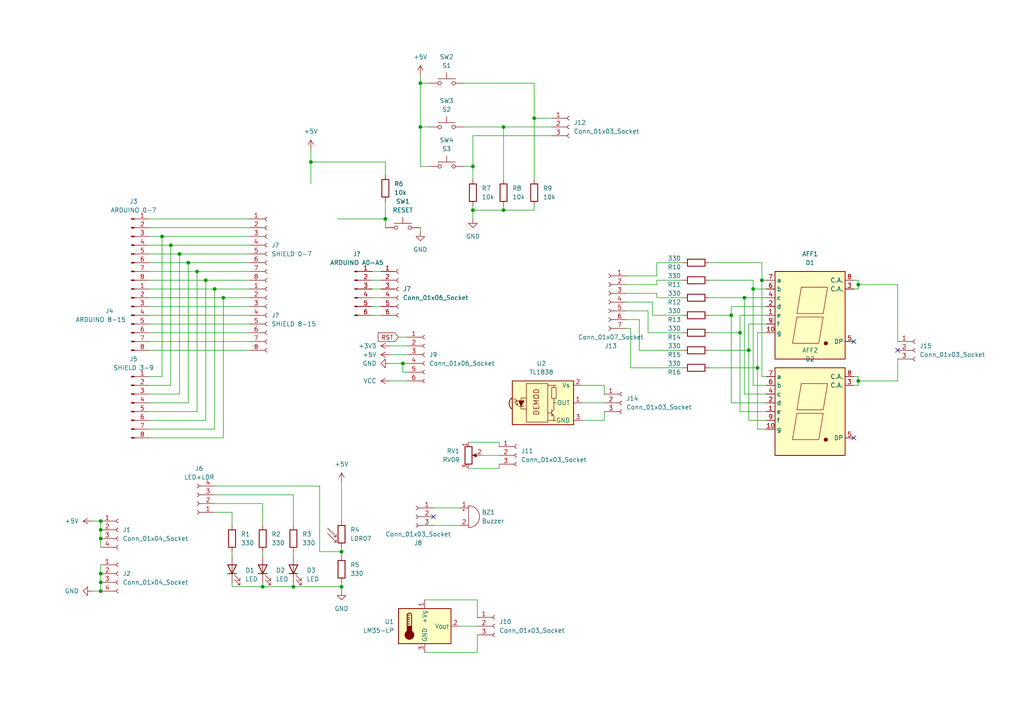
<source format=kicad_sch>
(kicad_sch (version 20230121) (generator eeschema)
  (paper "A4")
  (lib_symbols
    (symbol "Connector:Conn_01x03_Socket" (pin_names (offset 1.016) hide)
      (property "Reference" "J" (at 0 5.08 0))
      (property "Value" "Conn_01x03_Socket" (at 0 -5.08 0))
      (symbol "Conn_01x03_Socket_1_1"
        (arc (start 0 -2.032) (mid -0.5058 -2.54) (end 0 -3.048) (stroke (width 0.1524)))
        (polyline (pts (xy -1.27 -2.54) (xy -0.508 -2.54)) (stroke (width 0.1524)))
        (polyline (pts (xy -1.27 0) (xy -0.508 0)) (stroke (width 0.1524)))
        (polyline (pts (xy -1.27 2.54) (xy -0.508 2.54)) (stroke (width 0.1524)))
        (arc (start 0 0.508) (mid -0.5058 0) (end 0 -0.508) (stroke (width 0.1524)))
        (arc (start 0 3.048) (mid -0.5058 2.54) (end 0 2.032) (stroke (width 0.1524)))
        (pin passive line (at -5.08 2.54 0) (length 3.81) (name "Pin_1") (number "1"))
        (pin passive line (at -5.08 0 0) (length 3.81) (name "Pin_2") (number "2"))
        (pin passive line (at -5.08 -2.54 0) (length 3.81) (name "Pin_3") (number "3"))
      )
    )
    (symbol "Connector:Conn_01x04_Socket" (pin_names (offset 1.016) hide)
      (property "Reference" "J" (at 0 5.08 0))
      (property "Value" "Conn_01x04_Socket" (at 0 -7.62 0))
      (symbol "Conn_01x04_Socket_1_1"
        (arc (start 0 -4.572) (mid -0.5058 -5.08) (end 0 -5.588) (stroke (width 0.1524)))
        (arc (start 0 -2.032) (mid -0.5058 -2.54) (end 0 -3.048) (stroke (width 0.1524)))
        (polyline (pts (xy -1.27 -5.08) (xy -0.508 -5.08)) (stroke (width 0.1524)))
        (polyline (pts (xy -1.27 -2.54) (xy -0.508 -2.54)) (stroke (width 0.1524)))
        (polyline (pts (xy -1.27 0) (xy -0.508 0)) (stroke (width 0.1524)))
        (polyline (pts (xy -1.27 2.54) (xy -0.508 2.54)) (stroke (width 0.1524)))
        (arc (start 0 0.508) (mid -0.5058 0) (end 0 -0.508) (stroke (width 0.1524)))
        (arc (start 0 3.048) (mid -0.5058 2.54) (end 0 2.032) (stroke (width 0.1524)))
        (pin passive line (at -5.08 2.54 0) (length 3.81) (name "Pin_1") (number "1"))
        (pin passive line (at -5.08 0 0) (length 3.81) (name "Pin_2") (number "2"))
        (pin passive line (at -5.08 -2.54 0) (length 3.81) (name "Pin_3") (number "3"))
        (pin passive line (at -5.08 -5.08 0) (length 3.81) (name "Pin_4") (number "4"))
      )
    )
    (symbol "Connector:Conn_01x06_Pin" (pin_names (offset 1.016) hide)
      (property "Reference" "J" (at 0 7.62 0))
      (property "Value" "Conn_01x06_Pin" (at 0 -10.16 0))
      (symbol "Conn_01x06_Pin_1_1"
        (polyline (pts (xy 1.27 -7.62) (xy 0.8636 -7.62)) (stroke (width 0.1524)))
        (polyline (pts (xy 1.27 -5.08) (xy 0.8636 -5.08)) (stroke (width 0.1524)))
        (polyline (pts (xy 1.27 -2.54) (xy 0.8636 -2.54)) (stroke (width 0.1524)))
        (polyline (pts (xy 1.27 0) (xy 0.8636 0)) (stroke (width 0.1524)))
        (polyline (pts (xy 1.27 2.54) (xy 0.8636 2.54)) (stroke (width 0.1524)))
        (polyline (pts (xy 1.27 5.08) (xy 0.8636 5.08)) (stroke (width 0.1524)))
        (rectangle (start 0.8636 -7.493) (end 0 -7.747) (stroke (width 0.1524)) (fill (type outline)))
        (rectangle (start 0.8636 -4.953) (end 0 -5.207) (stroke (width 0.1524)) (fill (type outline)))
        (rectangle (start 0.8636 -2.413) (end 0 -2.667) (stroke (width 0.1524)) (fill (type outline)))
        (rectangle (start 0.8636 0.127) (end 0 -0.127) (stroke (width 0.1524)) (fill (type outline)))
        (rectangle (start 0.8636 2.667) (end 0 2.413) (stroke (width 0.1524)) (fill (type outline)))
        (rectangle (start 0.8636 5.207) (end 0 4.953) (stroke (width 0.1524)) (fill (type outline)))
        (pin passive line (at 5.08 5.08 180) (length 3.81) (name "Pin_1") (number "1"))
        (pin passive line (at 5.08 2.54 180) (length 3.81) (name "Pin_2") (number "2"))
        (pin passive line (at 5.08 0 180) (length 3.81) (name "Pin_3") (number "3"))
        (pin passive line (at 5.08 -2.54 180) (length 3.81) (name "Pin_4") (number "4"))
        (pin passive line (at 5.08 -5.08 180) (length 3.81) (name "Pin_5") (number "5"))
        (pin passive line (at 5.08 -7.62 180) (length 3.81) (name "Pin_6") (number "6"))
      )
    )
    (symbol "Connector:Conn_01x06_Socket" (pin_names (offset 1.016) hide)
      (property "Reference" "J" (at 0 7.62 0))
      (property "Value" "Conn_01x06_Socket" (at 0 -10.16 0))
      (symbol "Conn_01x06_Socket_1_1"
        (arc (start 0 -7.112) (mid -0.5058 -7.62) (end 0 -8.128) (stroke (width 0.1524)))
        (arc (start 0 -4.572) (mid -0.5058 -5.08) (end 0 -5.588) (stroke (width 0.1524)))
        (arc (start 0 -2.032) (mid -0.5058 -2.54) (end 0 -3.048) (stroke (width 0.1524)))
        (polyline (pts (xy -1.27 -7.62) (xy -0.508 -7.62)) (stroke (width 0.1524)))
        (polyline (pts (xy -1.27 -5.08) (xy -0.508 -5.08)) (stroke (width 0.1524)))
        (polyline (pts (xy -1.27 -2.54) (xy -0.508 -2.54)) (stroke (width 0.1524)))
        (polyline (pts (xy -1.27 0) (xy -0.508 0)) (stroke (width 0.1524)))
        (polyline (pts (xy -1.27 2.54) (xy -0.508 2.54)) (stroke (width 0.1524)))
        (polyline (pts (xy -1.27 5.08) (xy -0.508 5.08)) (stroke (width 0.1524)))
        (arc (start 0 0.508) (mid -0.5058 0) (end 0 -0.508) (stroke (width 0.1524)))
        (arc (start 0 3.048) (mid -0.5058 2.54) (end 0 2.032) (stroke (width 0.1524)))
        (arc (start 0 5.588) (mid -0.5058 5.08) (end 0 4.572) (stroke (width 0.1524)))
        (pin passive line (at -5.08 5.08 0) (length 3.81) (name "Pin_1") (number "1"))
        (pin passive line (at -5.08 2.54 0) (length 3.81) (name "Pin_2") (number "2"))
        (pin passive line (at -5.08 0 0) (length 3.81) (name "Pin_3") (number "3"))
        (pin passive line (at -5.08 -2.54 0) (length 3.81) (name "Pin_4") (number "4"))
        (pin passive line (at -5.08 -5.08 0) (length 3.81) (name "Pin_5") (number "5"))
        (pin passive line (at -5.08 -7.62 0) (length 3.81) (name "Pin_6") (number "6"))
      )
    )
    (symbol "Connector:Conn_01x07_Socket" (pin_names (offset 1.016) hide)
      (property "Reference" "J" (at 0 10.16 0))
      (property "Value" "Conn_01x07_Socket" (at 0 -10.16 0))
      (symbol "Conn_01x07_Socket_1_1"
        (arc (start 0 -7.112) (mid -0.5058 -7.62) (end 0 -8.128) (stroke (width 0.1524)))
        (arc (start 0 -4.572) (mid -0.5058 -5.08) (end 0 -5.588) (stroke (width 0.1524)))
        (arc (start 0 -2.032) (mid -0.5058 -2.54) (end 0 -3.048) (stroke (width 0.1524)))
        (polyline (pts (xy -1.27 -7.62) (xy -0.508 -7.62)) (stroke (width 0.1524)))
        (polyline (pts (xy -1.27 -5.08) (xy -0.508 -5.08)) (stroke (width 0.1524)))
        (polyline (pts (xy -1.27 -2.54) (xy -0.508 -2.54)) (stroke (width 0.1524)))
        (polyline (pts (xy -1.27 0) (xy -0.508 0)) (stroke (width 0.1524)))
        (polyline (pts (xy -1.27 2.54) (xy -0.508 2.54)) (stroke (width 0.1524)))
        (polyline (pts (xy -1.27 5.08) (xy -0.508 5.08)) (stroke (width 0.1524)))
        (polyline (pts (xy -1.27 7.62) (xy -0.508 7.62)) (stroke (width 0.1524)))
        (arc (start 0 0.508) (mid -0.5058 0) (end 0 -0.508) (stroke (width 0.1524)))
        (arc (start 0 3.048) (mid -0.5058 2.54) (end 0 2.032) (stroke (width 0.1524)))
        (arc (start 0 5.588) (mid -0.5058 5.08) (end 0 4.572) (stroke (width 0.1524)))
        (arc (start 0 8.128) (mid -0.5058 7.62) (end 0 7.112) (stroke (width 0.1524)))
        (pin passive line (at -5.08 7.62 0) (length 3.81) (name "Pin_1") (number "1"))
        (pin passive line (at -5.08 5.08 0) (length 3.81) (name "Pin_2") (number "2"))
        (pin passive line (at -5.08 2.54 0) (length 3.81) (name "Pin_3") (number "3"))
        (pin passive line (at -5.08 0 0) (length 3.81) (name "Pin_4") (number "4"))
        (pin passive line (at -5.08 -2.54 0) (length 3.81) (name "Pin_5") (number "5"))
        (pin passive line (at -5.08 -5.08 0) (length 3.81) (name "Pin_6") (number "6"))
        (pin passive line (at -5.08 -7.62 0) (length 3.81) (name "Pin_7") (number "7"))
      )
    )
    (symbol "Connector:Conn_01x08_Pin" (pin_names (offset 1.016) hide)
      (property "Reference" "J" (at 0 10.16 0))
      (property "Value" "Conn_01x08_Pin" (at 0 -12.7 0))
      (symbol "Conn_01x08_Pin_1_1"
        (polyline (pts (xy 1.27 -10.16) (xy 0.8636 -10.16)) (stroke (width 0.1524)))
        (polyline (pts (xy 1.27 -7.62) (xy 0.8636 -7.62)) (stroke (width 0.1524)))
        (polyline (pts (xy 1.27 -5.08) (xy 0.8636 -5.08)) (stroke (width 0.1524)))
        (polyline (pts (xy 1.27 -2.54) (xy 0.8636 -2.54)) (stroke (width 0.1524)))
        (polyline (pts (xy 1.27 0) (xy 0.8636 0)) (stroke (width 0.1524)))
        (polyline (pts (xy 1.27 2.54) (xy 0.8636 2.54)) (stroke (width 0.1524)))
        (polyline (pts (xy 1.27 5.08) (xy 0.8636 5.08)) (stroke (width 0.1524)))
        (polyline (pts (xy 1.27 7.62) (xy 0.8636 7.62)) (stroke (width 0.1524)))
        (rectangle (start 0.8636 -10.033) (end 0 -10.287) (stroke (width 0.1524)) (fill (type outline)))
        (rectangle (start 0.8636 -7.493) (end 0 -7.747) (stroke (width 0.1524)) (fill (type outline)))
        (rectangle (start 0.8636 -4.953) (end 0 -5.207) (stroke (width 0.1524)) (fill (type outline)))
        (rectangle (start 0.8636 -2.413) (end 0 -2.667) (stroke (width 0.1524)) (fill (type outline)))
        (rectangle (start 0.8636 0.127) (end 0 -0.127) (stroke (width 0.1524)) (fill (type outline)))
        (rectangle (start 0.8636 2.667) (end 0 2.413) (stroke (width 0.1524)) (fill (type outline)))
        (rectangle (start 0.8636 5.207) (end 0 4.953) (stroke (width 0.1524)) (fill (type outline)))
        (rectangle (start 0.8636 7.747) (end 0 7.493) (stroke (width 0.1524)) (fill (type outline)))
        (pin passive line (at 5.08 7.62 180) (length 3.81) (name "Pin_1") (number "1"))
        (pin passive line (at 5.08 5.08 180) (length 3.81) (name "Pin_2") (number "2"))
        (pin passive line (at 5.08 2.54 180) (length 3.81) (name "Pin_3") (number "3"))
        (pin passive line (at 5.08 0 180) (length 3.81) (name "Pin_4") (number "4"))
        (pin passive line (at 5.08 -2.54 180) (length 3.81) (name "Pin_5") (number "5"))
        (pin passive line (at 5.08 -5.08 180) (length 3.81) (name "Pin_6") (number "6"))
        (pin passive line (at 5.08 -7.62 180) (length 3.81) (name "Pin_7") (number "7"))
        (pin passive line (at 5.08 -10.16 180) (length 3.81) (name "Pin_8") (number "8"))
      )
    )
    (symbol "Connector:Conn_01x08_Socket" (pin_names (offset 1.016) hide)
      (property "Reference" "J" (at 0 10.16 0))
      (property "Value" "Conn_01x08_Socket" (at 0 -12.7 0))
      (symbol "Conn_01x08_Socket_1_1"
        (arc (start 0 -9.652) (mid -0.5058 -10.16) (end 0 -10.668) (stroke (width 0.1524)))
        (arc (start 0 -7.112) (mid -0.5058 -7.62) (end 0 -8.128) (stroke (width 0.1524)))
        (arc (start 0 -4.572) (mid -0.5058 -5.08) (end 0 -5.588) (stroke (width 0.1524)))
        (arc (start 0 -2.032) (mid -0.5058 -2.54) (end 0 -3.048) (stroke (width 0.1524)))
        (polyline (pts (xy -1.27 -10.16) (xy -0.508 -10.16)) (stroke (width 0.1524)))
        (polyline (pts (xy -1.27 -7.62) (xy -0.508 -7.62)) (stroke (width 0.1524)))
        (polyline (pts (xy -1.27 -5.08) (xy -0.508 -5.08)) (stroke (width 0.1524)))
        (polyline (pts (xy -1.27 -2.54) (xy -0.508 -2.54)) (stroke (width 0.1524)))
        (polyline (pts (xy -1.27 0) (xy -0.508 0)) (stroke (width 0.1524)))
        (polyline (pts (xy -1.27 2.54) (xy -0.508 2.54)) (stroke (width 0.1524)))
        (polyline (pts (xy -1.27 5.08) (xy -0.508 5.08)) (stroke (width 0.1524)))
        (polyline (pts (xy -1.27 7.62) (xy -0.508 7.62)) (stroke (width 0.1524)))
        (arc (start 0 0.508) (mid -0.5058 0) (end 0 -0.508) (stroke (width 0.1524)))
        (arc (start 0 3.048) (mid -0.5058 2.54) (end 0 2.032) (stroke (width 0.1524)))
        (arc (start 0 5.588) (mid -0.5058 5.08) (end 0 4.572) (stroke (width 0.1524)))
        (arc (start 0 8.128) (mid -0.5058 7.62) (end 0 7.112) (stroke (width 0.1524)))
        (pin passive line (at -5.08 7.62 0) (length 3.81) (name "Pin_1") (number "1"))
        (pin passive line (at -5.08 5.08 0) (length 3.81) (name "Pin_2") (number "2"))
        (pin passive line (at -5.08 2.54 0) (length 3.81) (name "Pin_3") (number "3"))
        (pin passive line (at -5.08 0 0) (length 3.81) (name "Pin_4") (number "4"))
        (pin passive line (at -5.08 -2.54 0) (length 3.81) (name "Pin_5") (number "5"))
        (pin passive line (at -5.08 -5.08 0) (length 3.81) (name "Pin_6") (number "6"))
        (pin passive line (at -5.08 -7.62 0) (length 3.81) (name "Pin_7") (number "7"))
        (pin passive line (at -5.08 -10.16 0) (length 3.81) (name "Pin_8") (number "8"))
      )
    )
    (symbol "Device:Buzzer" (pin_names (offset 0.0254) hide)
      (property "Reference" "BZ" (at 3.81 1.27 0))
      (property "Value" "Buzzer" (at 3.81 -1.27 0))
      (symbol "Buzzer_0_1"
        (arc (start 0 -3.175) (mid 3.1612 0) (end 0 3.175))
        (polyline (pts (xy -1.651 1.905) (xy -1.143 1.905)))
        (polyline (pts (xy -1.397 2.159) (xy -1.397 1.651)))
        (polyline (pts (xy 0 3.175) (xy 0 -3.175)))
      )
      (symbol "Buzzer_1_1"
        (pin passive line (at -2.54 2.54 0) (length 2.54) (name "-") (number "1"))
        (pin passive line (at -2.54 -2.54 0) (length 2.54) (name "+") (number "2"))
      )
    )
    (symbol "Device:LED" (pin_numbers hide) (pin_names (offset 1.016) hide)
      (property "Reference" "D" (at 0 2.54 0))
      (property "Value" "LED" (at 0 -2.54 0))
      (symbol "LED_0_1"
        (polyline (pts (xy -1.27 -1.27) (xy -1.27 1.27)) (stroke (width 0.254)))
        (polyline (pts (xy -1.27 0) (xy 1.27 0)))
        (polyline (pts (xy 1.27 -1.27) (xy 1.27 1.27) (xy -1.27 0) (xy 1.27 -1.27)) (stroke (width 0.254)))
        (polyline (pts (xy -3.048 -0.762) (xy -4.572 -2.286) (xy -3.81 -2.286) (xy -4.572 -2.286) (xy -4.572 -1.524)))
        (polyline (pts (xy -1.778 -0.762) (xy -3.302 -2.286) (xy -2.54 -2.286) (xy -3.302 -2.286) (xy -3.302 -1.524)))
      )
      (symbol "LED_1_1"
        (pin passive line (at -3.81 0 0) (length 2.54) (name "K") (number "1"))
        (pin passive line (at 3.81 0 180) (length 2.54) (name "A") (number "2"))
      )
    )
    (symbol "Device:R" (pin_numbers hide) (pin_names (offset 0))
      (property "Reference" "R" (at 2.032 0 90))
      (property "Value" "R" (at 0 0 90))
      (symbol "R_0_1"
        (rectangle (start -1.016 -2.54) (end 1.016 2.54) (stroke (width 0.254)))
      )
      (symbol "R_1_1"
        (pin passive line (at 0 3.81 270) (length 1.27) (name "~") (number "1"))
        (pin passive line (at 0 -3.81 90) (length 1.27) (name "~") (number "2"))
      )
    )
    (symbol "Device:R_Potentiometer" (pin_names (offset 1.016) hide)
      (property "Reference" "RV" (at -4.445 0 90))
      (property "Value" "R_Potentiometer" (at -2.54 0 90))
      (symbol "R_Potentiometer_0_1"
        (polyline (pts (xy 2.54 0) (xy 1.524 0)))
        (polyline (pts (xy 1.143 0) (xy 2.286 0.508) (xy 2.286 -0.508) (xy 1.143 0)) (fill (type outline)))
        (rectangle (start 1.016 2.54) (end -1.016 -2.54) (stroke (width 0.254)))
      )
      (symbol "R_Potentiometer_1_1"
        (pin passive line (at 0 3.81 270) (length 1.27) (name "1") (number "1"))
        (pin passive line (at 3.81 0 180) (length 1.27) (name "2") (number "2"))
        (pin passive line (at 0 -3.81 90) (length 1.27) (name "3") (number "3"))
      )
    )
    (symbol "Display_Character:LTS-6960HR"
      (property "Reference" "AFF" (at -7.874 13.97 0))
      (property "Value" "LTS-6960HR" (at -2.032 13.97 0))
      (symbol "LTS-6960HR_0_1"
        (rectangle (start -10.16 12.7) (end 10.16 -12.7) (stroke (width 0.254)) (fill (type background)))
        (polyline (pts (xy -3.81 -0.508) (xy 3.81 -0.508) (xy 2.54 -8.128) (xy -5.08 -8.128) (xy -3.81 -0.508) (xy -3.81 -0.508)))
        (polyline (pts (xy -2.54 8.128) (xy 5.08 8.128) (xy 3.81 0.508) (xy -3.81 0.508) (xy -2.54 8.128) (xy -2.54 8.128)))
        (circle (center 4.572 -8.128) (radius 0.508) (fill (type outline)))
      )
      (symbol "LTS-6960HR_1_1"
        (pin passive line (at -12.7 0 0) (length 2.54) (name "e") (number "1"))
        (pin passive line (at -12.7 -5.08 0) (length 2.54) (name "g") (number "10"))
        (pin passive line (at -12.7 2.54 0) (length 2.54) (name "d") (number "2"))
        (pin passive line (at 12.7 7.62 180) (length 2.54) (name "C.A.") (number "3"))
        (pin passive line (at -12.7 5.08 0) (length 2.54) (name "c") (number "4"))
        (pin passive line (at 12.7 -7.62 180) (length 2.54) (name "DP") (number "5"))
        (pin passive line (at -12.7 7.62 0) (length 2.54) (name "b") (number "6"))
        (pin passive line (at -12.7 10.16 0) (length 2.54) (name "a") (number "7"))
        (pin passive line (at 12.7 10.16 180) (length 2.54) (name "C.A.") (number "8"))
        (pin passive line (at -12.7 -2.54 0) (length 2.54) (name "f") (number "9"))
      )
    )
    (symbol "Interface_Optical:TSOP21xx" (pin_names (offset 1.016))
      (property "Reference" "U" (at -10.16 7.62 0))
      (property "Value" "TSOP21xx" (at -10.16 -7.62 0))
      (symbol "TSOP21xx_0_0"
        (arc (start -10.287 1.397) (mid -11.0899 -0.1852) (end -10.287 -1.778) (stroke (width 0.254)) (fill (type background)))
        (polyline (pts (xy 1.905 -5.08) (xy 0.127 -5.08)))
        (polyline (pts (xy 1.905 5.08) (xy 0.127 5.08)))
        (text "DEMOD" (at -3.175 0.254 900) (effects (font (size 1.524 1.524))))
      )
      (symbol "TSOP21xx_0_1"
        (rectangle (start -6.096 5.588) (end 0.127 -5.588))
        (polyline (pts (xy -8.763 0.381) (xy -9.652 1.27)))
        (polyline (pts (xy -8.763 0.381) (xy -9.271 0.381)))
        (polyline (pts (xy -8.763 0.381) (xy -8.763 0.889)))
        (polyline (pts (xy -8.636 -0.635) (xy -9.525 0.254)))
        (polyline (pts (xy -8.636 -0.635) (xy -9.144 -0.635)))
        (polyline (pts (xy -8.636 -0.635) (xy -8.636 -0.127)))
        (polyline (pts (xy -8.382 -1.016) (xy -6.731 -1.016)))
        (polyline (pts (xy 1.27 -2.921) (xy 0.127 -2.921)))
        (polyline (pts (xy 1.27 -1.905) (xy 1.27 -3.81)))
        (polyline (pts (xy 1.397 -3.556) (xy 1.524 -3.556)))
        (polyline (pts (xy 1.651 -3.556) (xy 1.524 -3.556)))
        (polyline (pts (xy 1.651 -3.556) (xy 1.651 -3.302)))
        (polyline (pts (xy 1.905 0) (xy 1.905 1.27)))
        (polyline (pts (xy 1.905 4.445) (xy 1.905 5.08) (xy 2.54 5.08)))
        (polyline (pts (xy -8.382 0.635) (xy -6.731 0.635) (xy -7.62 -1.016) (xy -8.382 0.635)) (fill (type outline)))
        (polyline (pts (xy -6.096 1.397) (xy -7.62 1.397) (xy -7.62 -1.778) (xy -6.096 -1.778)))
        (polyline (pts (xy 1.27 -3.175) (xy 1.905 -3.81) (xy 1.905 -5.08) (xy 2.54 -5.08)))
        (polyline (pts (xy 1.27 -2.54) (xy 1.905 -1.905) (xy 1.905 0) (xy 2.54 0)))
        (rectangle (start 2.54 1.27) (end 1.27 4.445))
        (rectangle (start 7.62 6.35) (end -10.16 -6.35) (stroke (width 0.254)) (fill (type background)))
      )
      (symbol "TSOP21xx_1_1"
        (pin output line (at 10.16 0 180) (length 2.54) (name "OUT") (number "1"))
        (pin power_in line (at 10.16 5.08 180) (length 2.54) (name "Vs") (number "2"))
        (pin power_in line (at 10.16 -5.08 180) (length 2.54) (name "GND") (number "3"))
      )
    )
    (symbol "Sensor_Optical:LDR07" (pin_numbers hide) (pin_names (offset 0))
      (property "Reference" "R" (at -5.08 0 90))
      (property "Value" "LDR07" (at 1.905 0 90))
      (symbol "LDR07_0_1"
        (rectangle (start -1.016 2.54) (end 1.016 -2.54) (stroke (width 0.254)))
        (polyline (pts (xy -1.524 -2.286) (xy -4.064 0.254)))
        (polyline (pts (xy -1.524 -2.286) (xy -2.286 -2.286)))
        (polyline (pts (xy -1.524 -2.286) (xy -1.524 -1.524)))
        (polyline (pts (xy -1.524 -0.762) (xy -4.064 1.778)))
        (polyline (pts (xy -1.524 -0.762) (xy -2.286 -0.762)))
        (polyline (pts (xy -1.524 -0.762) (xy -1.524 0)))
      )
      (symbol "LDR07_1_1"
        (pin passive line (at 0 3.81 270) (length 1.27) (name "~") (number "1"))
        (pin passive line (at 0 -3.81 90) (length 1.27) (name "~") (number "2"))
      )
    )
    (symbol "Sensor_Temperature:LM35-LP"
      (property "Reference" "U" (at -6.35 6.35 0))
      (property "Value" "LM35-LP" (at 1.27 6.35 0))
      (symbol "LM35-LP_0_1"
        (rectangle (start -7.62 5.08) (end 7.62 -5.08) (stroke (width 0.254)) (fill (type background)))
        (circle (center -4.445 -2.54) (radius 1.27) (stroke (width 0.254)) (fill (type outline)))
        (rectangle (start -3.81 -1.905) (end -5.08 0) (stroke (width 0.254)) (fill (type outline)))
        (arc (start -3.81 3.175) (mid -4.445 3.8073) (end -5.08 3.175) (stroke (width 0.254)))
        (polyline (pts (xy -5.08 0.635) (xy -4.445 0.635)) (stroke (width 0.254)))
        (polyline (pts (xy -5.08 1.27) (xy -4.445 1.27)) (stroke (width 0.254)))
        (polyline (pts (xy -5.08 1.905) (xy -4.445 1.905)) (stroke (width 0.254)))
        (polyline (pts (xy -5.08 2.54) (xy -4.445 2.54)) (stroke (width 0.254)))
        (polyline (pts (xy -5.08 3.175) (xy -5.08 0)) (stroke (width 0.254)))
        (polyline (pts (xy -5.08 3.175) (xy -4.445 3.175)) (stroke (width 0.254)))
        (polyline (pts (xy -3.81 3.175) (xy -3.81 0)) (stroke (width 0.254)))
      )
      (symbol "LM35-LP_1_1"
        (pin power_in line (at 0 7.62 270) (length 2.54) (name "+V_{S}") (number "1"))
        (pin output line (at 10.16 0 180) (length 2.54) (name "V_{OUT}") (number "2"))
        (pin power_in line (at 0 -7.62 90) (length 2.54) (name "GND") (number "3"))
      )
    )
    (symbol "Switch:SW_Push" (pin_numbers hide) (pin_names (offset 1.016) hide)
      (property "Reference" "SW" (at 1.27 2.54 0))
      (property "Value" "SW_Push" (at 0 -1.524 0))
      (symbol "SW_Push_0_1"
        (circle (center -2.032 0) (radius 0.508))
        (polyline (pts (xy 0 1.27) (xy 0 3.048)))
        (polyline (pts (xy 2.54 1.27) (xy -2.54 1.27)))
        (circle (center 2.032 0) (radius 0.508))
        (pin passive line (at -5.08 0 0) (length 2.54) (name "1") (number "1"))
        (pin passive line (at 5.08 0 180) (length 2.54) (name "2") (number "2"))
      )
    )
    (symbol "power:+3V3" (power) (pin_names (offset 0))
      (property "Value" "+3V3" (at 0 3.556 0))
      (symbol "+3V3_0_1"
        (polyline (pts (xy -0.762 1.27) (xy 0 2.54)))
        (polyline (pts (xy 0 0) (xy 0 2.54)))
        (polyline (pts (xy 0 2.54) (xy 0.762 1.27)))
      )
      (symbol "+3V3_1_1"
        (pin power_in line (at 0 0 90) (length 0) hide (name "+3V3") (number "1"))
      )
    )
    (symbol "power:+5V" (power) (pin_names (offset 0))
      (property "Value" "+5V" (at 0 3.556 0))
      (symbol "+5V_0_1"
        (polyline (pts (xy -0.762 1.27) (xy 0 2.54)))
        (polyline (pts (xy 0 0) (xy 0 2.54)))
        (polyline (pts (xy 0 2.54) (xy 0.762 1.27)))
      )
      (symbol "+5V_1_1"
        (pin power_in line (at 0 0 90) (length 0) hide (name "+5V") (number "1"))
      )
    )
    (symbol "power:GND" (power) (pin_names (offset 0))
      (property "Value" "GND" (at 0 -3.81 0))
      (symbol "GND_0_1"
        (polyline (pts (xy 0 0) (xy 0 -1.27) (xy 1.27 -1.27) (xy 0 -2.54) (xy -1.27 -1.27) (xy 0 -1.27)))
      )
      (symbol "GND_1_1"
        (pin power_in line (at 0 0 270) (length 0) hide (name "GND") (number "1"))
      )
    )
    (symbol "power:VCC" (power) (pin_names (offset 0))
      (property "Value" "VCC" (at 0 3.81 0))
      (symbol "VCC_0_1"
        (polyline (pts (xy -0.762 1.27) (xy 0 2.54)))
        (polyline (pts (xy 0 0) (xy 0 2.54)))
        (polyline (pts (xy 0 2.54) (xy 0.762 1.27)))
      )
      (symbol "VCC_1_1"
        (pin power_in line (at 0 0 90) (length 0) hide (name "VCC") (number "1"))
      )
    )
  )
  (junction (at 62.23 83.82))
  (junction (at 218.44 83.82))
  (junction (at 248.92 110.49))
  (junction (at 49.53 71.12))
  (junction (at 29.21 168.91))
  (junction (at 59.69 81.28))
  (junction (at 90.17 46.99))
  (junction (at 99.06 170.18))
  (junction (at 29.21 153.67))
  (junction (at 64.77 86.36))
  (junction (at 116.84 105.41))
  (junction (at 111.76 63.5))
  (junction (at 219.71 106.68))
  (junction (at 146.05 36.83))
  (junction (at 76.2 170.18))
  (junction (at 29.21 171.45))
  (junction (at 52.07 73.66))
  (junction (at 154.94 34.29))
  (junction (at 99.06 160.02))
  (junction (at 57.15 78.74))
  (junction (at 248.92 82.55))
  (junction (at 215.9 86.36))
  (junction (at 121.92 36.83))
  (junction (at 29.21 151.13))
  (junction (at 121.92 24.13))
  (junction (at 220.98 81.28))
  (junction (at 46.99 68.58))
  (junction (at 137.16 48.26))
  (junction (at 29.21 166.37))
  (junction (at 146.05 60.96))
  (junction (at 137.16 60.96))
  (junction (at 217.17 101.6))
  (junction (at 54.61 76.2))
  (junction (at 214.63 96.52))
  (junction (at 212.09 91.44))
  (junction (at 85.09 170.18))
  (junction (at 29.21 156.21))
  (no_connect (at 247.65 99.06))
  (no_connect (at 260.35 101.6))
  (no_connect (at 247.65 127))
  (no_connect (at 125.73 149.86))
  (wire (pts (xy 190.5 86.36) (xy 198.12 86.36)))
  (wire (pts (xy 43.18 86.36) (xy 64.77 86.36)))
  (wire (pts (xy 116.84 105.41) (xy 118.11 105.41)))
  (wire (pts (xy 57.15 119.38) (xy 57.15 78.74)))
  (wire (pts (xy 205.74 81.28) (xy 218.44 81.28)))
  (wire (pts (xy 64.77 127) (xy 64.77 86.36)))
  (wire (pts (xy 190.5 82.55) (xy 181.61 82.55)))
  (wire (pts (xy 76.2 146.05) (xy 62.23 146.05)))
  (wire (pts (xy 181.61 95.25) (xy 182.88 95.25)))
  (wire (pts (xy 260.35 99.06) (xy 260.35 82.55)))
  (wire (pts (xy 185.42 101.6) (xy 198.12 101.6)))
  (wire (pts (xy 43.18 116.84) (xy 54.61 116.84)))
  (wire (pts (xy 248.92 82.55) (xy 248.92 83.82)))
  (wire (pts (xy 43.18 124.46) (xy 62.23 124.46)))
  (wire (pts (xy 138.43 189.23) (xy 138.43 184.15)))
  (wire (pts (xy 76.2 146.05) (xy 76.2 152.4)))
  (wire (pts (xy 118.11 107.95) (xy 116.84 107.95)))
  (wire (pts (xy 43.18 76.2) (xy 54.61 76.2)))
  (wire (pts (xy 43.18 83.82) (xy 62.23 83.82)))
  (wire (pts (xy 59.69 121.92) (xy 59.69 81.28)))
  (wire (pts (xy 190.5 76.2) (xy 198.12 76.2)))
  (wire (pts (xy 160.02 39.37) (xy 137.16 39.37)))
  (wire (pts (xy 123.19 189.23) (xy 138.43 189.23)))
  (wire (pts (xy 139.7 132.08) (xy 144.78 132.08)))
  (wire (pts (xy 146.05 36.83) (xy 160.02 36.83)))
  (wire (pts (xy 154.94 34.29) (xy 154.94 52.07)))
  (wire (pts (xy 113.03 100.33) (xy 118.11 100.33)))
  (wire (pts (xy 43.18 66.04) (xy 72.39 66.04)))
  (wire (pts (xy 181.61 92.71) (xy 185.42 92.71)))
  (wire (pts (xy 29.21 156.21) (xy 29.21 158.75)))
  (wire (pts (xy 218.44 81.28) (xy 218.44 83.82)))
  (wire (pts (xy 62.23 140.97) (xy 92.71 140.97)))
  (wire (pts (xy 220.98 76.2) (xy 220.98 81.28)))
  (wire (pts (xy 212.09 116.84) (xy 212.09 91.44)))
  (wire (pts (xy 92.71 140.97) (xy 92.71 160.02)))
  (wire (pts (xy 43.18 96.52) (xy 72.39 96.52)))
  (wire (pts (xy 222.25 93.98) (xy 217.17 93.98)))
  (wire (pts (xy 52.07 73.66) (xy 72.39 73.66)))
  (wire (pts (xy 189.23 91.44) (xy 189.23 87.63)))
  (wire (pts (xy 67.31 148.59) (xy 62.23 148.59)))
  (wire (pts (xy 154.94 34.29) (xy 160.02 34.29)))
  (wire (pts (xy 217.17 101.6) (xy 205.74 101.6)))
  (wire (pts (xy 92.71 160.02) (xy 99.06 160.02)))
  (wire (pts (xy 29.21 151.13) (xy 29.21 153.67)))
  (wire (pts (xy 125.73 152.4) (xy 133.35 152.4)))
  (wire (pts (xy 85.09 170.18) (xy 99.06 170.18)))
  (wire (pts (xy 212.09 88.9) (xy 222.25 88.9)))
  (wire (pts (xy 85.09 168.91) (xy 85.09 170.18)))
  (wire (pts (xy 175.26 111.76) (xy 175.26 114.3)))
  (wire (pts (xy 260.35 104.14) (xy 260.35 110.49)))
  (wire (pts (xy 181.61 80.01) (xy 190.5 80.01)))
  (wire (pts (xy 43.18 78.74) (xy 57.15 78.74)))
  (wire (pts (xy 248.92 109.22) (xy 247.65 109.22)))
  (wire (pts (xy 222.25 111.76) (xy 218.44 111.76)))
  (wire (pts (xy 137.16 39.37) (xy 137.16 48.26)))
  (wire (pts (xy 26.67 151.13) (xy 29.21 151.13)))
  (wire (pts (xy 43.18 81.28) (xy 59.69 81.28)))
  (wire (pts (xy 247.65 111.76) (xy 248.92 111.76)))
  (wire (pts (xy 99.06 170.18) (xy 99.06 171.45)))
  (wire (pts (xy 185.42 92.71) (xy 185.42 101.6)))
  (wire (pts (xy 222.25 109.22) (xy 220.98 109.22)))
  (wire (pts (xy 107.95 91.44) (xy 110.49 91.44)))
  (wire (pts (xy 43.18 68.58) (xy 46.99 68.58)))
  (wire (pts (xy 107.95 81.28) (xy 110.49 81.28)))
  (wire (pts (xy 134.62 36.83) (xy 146.05 36.83)))
  (wire (pts (xy 123.19 173.99) (xy 138.43 173.99)))
  (wire (pts (xy 115.57 97.79) (xy 118.11 97.79)))
  (wire (pts (xy 146.05 36.83) (xy 146.05 52.07)))
  (wire (pts (xy 57.15 78.74) (xy 72.39 78.74)))
  (wire (pts (xy 135.89 135.89) (xy 144.78 135.89)))
  (wire (pts (xy 67.31 170.18) (xy 76.2 170.18)))
  (wire (pts (xy 175.26 121.92) (xy 175.26 119.38)))
  (wire (pts (xy 222.25 91.44) (xy 214.63 91.44)))
  (wire (pts (xy 190.5 85.09) (xy 190.5 86.36)))
  (wire (pts (xy 62.23 124.46) (xy 62.23 83.82)))
  (wire (pts (xy 43.18 71.12) (xy 49.53 71.12)))
  (wire (pts (xy 190.5 81.28) (xy 190.5 82.55)))
  (wire (pts (xy 124.46 48.26) (xy 121.92 48.26)))
  (wire (pts (xy 46.99 68.58) (xy 72.39 68.58)))
  (wire (pts (xy 214.63 119.38) (xy 214.63 96.52)))
  (wire (pts (xy 43.18 93.98) (xy 72.39 93.98)))
  (wire (pts (xy 43.18 127) (xy 64.77 127)))
  (wire (pts (xy 215.9 86.36) (xy 222.25 86.36)))
  (wire (pts (xy 26.67 171.45) (xy 29.21 171.45)))
  (wire (pts (xy 111.76 46.99) (xy 90.17 46.99)))
  (wire (pts (xy 67.31 148.59) (xy 67.31 152.4)))
  (wire (pts (xy 181.61 85.09) (xy 190.5 85.09)))
  (wire (pts (xy 49.53 111.76) (xy 49.53 71.12)))
  (wire (pts (xy 260.35 82.55) (xy 248.92 82.55)))
  (wire (pts (xy 218.44 83.82) (xy 222.25 83.82)))
  (wire (pts (xy 52.07 114.3) (xy 52.07 73.66)))
  (wire (pts (xy 43.18 101.6) (xy 72.39 101.6)))
  (wire (pts (xy 76.2 168.91) (xy 76.2 170.18)))
  (wire (pts (xy 124.46 36.83) (xy 121.92 36.83)))
  (wire (pts (xy 205.74 91.44) (xy 212.09 91.44)))
  (wire (pts (xy 64.77 86.36) (xy 72.39 86.36)))
  (wire (pts (xy 222.25 114.3) (xy 215.9 114.3)))
  (wire (pts (xy 43.18 121.92) (xy 59.69 121.92)))
  (wire (pts (xy 187.96 96.52) (xy 198.12 96.52)))
  (wire (pts (xy 121.92 24.13) (xy 124.46 24.13)))
  (wire (pts (xy 217.17 121.92) (xy 217.17 101.6)))
  (wire (pts (xy 137.16 59.69) (xy 137.16 60.96)))
  (wire (pts (xy 220.98 109.22) (xy 220.98 81.28)))
  (wire (pts (xy 43.18 73.66) (xy 52.07 73.66)))
  (wire (pts (xy 125.73 147.32) (xy 133.35 147.32)))
  (wire (pts (xy 138.43 173.99) (xy 138.43 179.07)))
  (wire (pts (xy 59.69 81.28) (xy 72.39 81.28)))
  (wire (pts (xy 198.12 91.44) (xy 189.23 91.44)))
  (wire (pts (xy 190.5 80.01) (xy 190.5 76.2)))
  (wire (pts (xy 43.18 111.76) (xy 49.53 111.76)))
  (wire (pts (xy 107.95 78.74) (xy 110.49 78.74)))
  (wire (pts (xy 85.09 160.02) (xy 85.09 161.29)))
  (wire (pts (xy 107.95 83.82) (xy 110.49 83.82)))
  (wire (pts (xy 43.18 109.22) (xy 46.99 109.22)))
  (wire (pts (xy 116.84 107.95) (xy 116.84 105.41)))
  (wire (pts (xy 248.92 110.49) (xy 248.92 109.22)))
  (wire (pts (xy 168.91 121.92) (xy 175.26 121.92)))
  (wire (pts (xy 43.18 88.9) (xy 72.39 88.9)))
  (wire (pts (xy 219.71 124.46) (xy 219.71 106.68)))
  (wire (pts (xy 85.09 143.51) (xy 85.09 152.4)))
  (wire (pts (xy 182.88 106.68) (xy 198.12 106.68)))
  (wire (pts (xy 99.06 160.02) (xy 99.06 161.29)))
  (wire (pts (xy 181.61 90.17) (xy 187.96 90.17)))
  (wire (pts (xy 248.92 111.76) (xy 248.92 110.49)))
  (wire (pts (xy 113.03 102.87) (xy 118.11 102.87)))
  (wire (pts (xy 133.35 181.61) (xy 138.43 181.61)))
  (wire (pts (xy 137.16 48.26) (xy 137.16 52.07)))
  (wire (pts (xy 134.62 48.26) (xy 137.16 48.26)))
  (wire (pts (xy 99.06 168.91) (xy 99.06 170.18)))
  (wire (pts (xy 144.78 128.27) (xy 144.78 129.54)))
  (wire (pts (xy 99.06 139.7) (xy 99.06 151.13)))
  (wire (pts (xy 137.16 60.96) (xy 137.16 63.5)))
  (wire (pts (xy 219.71 106.68) (xy 219.71 96.52)))
  (wire (pts (xy 46.99 109.22) (xy 46.99 68.58)))
  (wire (pts (xy 154.94 59.69) (xy 154.94 60.96)))
  (wire (pts (xy 90.17 46.99) (xy 90.17 53.34)))
  (wire (pts (xy 212.09 91.44) (xy 212.09 88.9)))
  (wire (pts (xy 248.92 81.28) (xy 248.92 82.55)))
  (wire (pts (xy 154.94 24.13) (xy 154.94 34.29)))
  (wire (pts (xy 187.96 90.17) (xy 187.96 96.52)))
  (wire (pts (xy 113.03 110.49) (xy 118.11 110.49)))
  (wire (pts (xy 248.92 83.82) (xy 247.65 83.82)))
  (wire (pts (xy 90.17 43.18) (xy 90.17 46.99)))
  (wire (pts (xy 85.09 143.51) (xy 62.23 143.51)))
  (wire (pts (xy 134.62 24.13) (xy 154.94 24.13)))
  (wire (pts (xy 107.95 88.9) (xy 110.49 88.9)))
  (wire (pts (xy 220.98 81.28) (xy 222.25 81.28)))
  (wire (pts (xy 146.05 60.96) (xy 137.16 60.96)))
  (wire (pts (xy 198.12 81.28) (xy 190.5 81.28)))
  (wire (pts (xy 214.63 96.52) (xy 205.74 96.52)))
  (wire (pts (xy 99.06 158.75) (xy 99.06 160.02)))
  (wire (pts (xy 205.74 76.2) (xy 220.98 76.2)))
  (wire (pts (xy 54.61 116.84) (xy 54.61 76.2)))
  (wire (pts (xy 168.91 116.84) (xy 175.26 116.84)))
  (wire (pts (xy 219.71 96.52) (xy 222.25 96.52)))
  (wire (pts (xy 29.21 168.91) (xy 29.21 171.45)))
  (wire (pts (xy 54.61 76.2) (xy 72.39 76.2)))
  (wire (pts (xy 247.65 81.28) (xy 248.92 81.28)))
  (wire (pts (xy 205.74 86.36) (xy 215.9 86.36)))
  (wire (pts (xy 49.53 71.12) (xy 72.39 71.12)))
  (wire (pts (xy 76.2 160.02) (xy 76.2 161.29)))
  (wire (pts (xy 43.18 119.38) (xy 57.15 119.38)))
  (wire (pts (xy 215.9 114.3) (xy 215.9 86.36)))
  (wire (pts (xy 113.03 105.41) (xy 116.84 105.41)))
  (wire (pts (xy 146.05 59.69) (xy 146.05 60.96)))
  (wire (pts (xy 29.21 166.37) (xy 29.21 168.91)))
  (wire (pts (xy 121.92 66.04) (xy 121.92 67.31)))
  (wire (pts (xy 97.79 63.5) (xy 111.76 63.5)))
  (wire (pts (xy 218.44 111.76) (xy 218.44 83.82)))
  (wire (pts (xy 43.18 63.5) (xy 72.39 63.5)))
  (wire (pts (xy 222.25 124.46) (xy 219.71 124.46)))
  (wire (pts (xy 168.91 111.76) (xy 175.26 111.76)))
  (wire (pts (xy 121.92 48.26) (xy 121.92 36.83)))
  (wire (pts (xy 43.18 99.06) (xy 72.39 99.06)))
  (wire (pts (xy 107.95 86.36) (xy 110.49 86.36)))
  (wire (pts (xy 29.21 163.83) (xy 29.21 166.37)))
  (wire (pts (xy 217.17 93.98) (xy 217.17 101.6)))
  (wire (pts (xy 222.25 121.92) (xy 217.17 121.92)))
  (wire (pts (xy 222.25 119.38) (xy 214.63 119.38)))
  (wire (pts (xy 67.31 160.02) (xy 67.31 161.29)))
  (wire (pts (xy 144.78 135.89) (xy 144.78 134.62)))
  (wire (pts (xy 111.76 66.04) (xy 111.76 63.5)))
  (wire (pts (xy 205.74 106.68) (xy 219.71 106.68)))
  (wire (pts (xy 154.94 60.96) (xy 146.05 60.96)))
  (wire (pts (xy 182.88 95.25) (xy 182.88 106.68)))
  (wire (pts (xy 62.23 83.82) (xy 72.39 83.82)))
  (wire (pts (xy 214.63 91.44) (xy 214.63 96.52)))
  (wire (pts (xy 260.35 110.49) (xy 248.92 110.49)))
  (wire (pts (xy 76.2 170.18) (xy 85.09 170.18)))
  (wire (pts (xy 111.76 58.42) (xy 111.76 63.5)))
  (wire (pts (xy 67.31 168.91) (xy 67.31 170.18)))
  (wire (pts (xy 189.23 87.63) (xy 181.61 87.63)))
  (wire (pts (xy 222.25 116.84) (xy 212.09 116.84)))
  (wire (pts (xy 111.76 50.8) (xy 111.76 46.99)))
  (wire (pts (xy 121.92 36.83) (xy 121.92 24.13)))
  (wire (pts (xy 135.89 128.27) (xy 144.78 128.27)))
  (wire (pts (xy 43.18 114.3) (xy 52.07 114.3)))
  (wire (pts (xy 29.21 153.67) (xy 29.21 156.21)))
  (wire (pts (xy 121.92 21.59) (xy 121.92 24.13)))
  (wire (pts (xy 43.18 91.44) (xy 72.39 91.44)))
  (global_label "RST" (shape input) (at 115.57 97.79 180) (property "Intersheetrefs" "${INTERSHEET_REFS}" (effects hide)))
  (symbol (lib_id "Connector:Conn_01x03_Socket") (at 149.86 132.08 0) (unit 1)
    (property "Reference" "J11" (at 151.13 130.81 0) (effects (justify left)))
    (property "Value" "Conn_01x03_Socket" (at 151.13 133.35 0) (effects (justify left)))
    (property "Footprint" "Connector_PinSocket_2.54mm:PinSocket_1x03_P2.54mm_Vertical" (effects hide))
  )
  (symbol (lib_id "Connector:Conn_01x08_Pin") (at 38.1 71.12 0) (unit 1)
    (property "Reference" "J3" (at 38.735 58.42 0))
    (property "Value" "ARDUINO 0-7" (at 38.735 60.96 0))
    (property "Footprint" "Connector_PinHeader_2.54mm:PinHeader_1x08_P2.54mm_Vertical" (effects hide))
  )
  (symbol (lib_id "Connector:Conn_01x03_Socket") (at 143.51 181.61 0) (unit 1)
    (property "Reference" "J10" (at 144.78 180.34 0) (effects (justify left)))
    (property "Value" "Conn_01x03_Socket" (at 144.78 182.88 0) (effects (justify left)))
    (property "Footprint" "Connector_PinSocket_2.54mm:PinSocket_1x03_P2.54mm_Vertical" (effects hide))
  )
  (symbol (lib_id "power:+3V3") (at 113.03 100.33 90) (unit 1)
    (property "Reference" "#PWR09" (effects hide))
    (property "Value" "+3V3" (at 109.22 100.33 90) (effects (justify left)))
  )
  (symbol (lib_id "Device:R") (at 146.05 55.88 0) (unit 1)
    (property "Reference" "R8" (at 148.59 54.61 0) (effects (justify left)))
    (property "Value" "10k" (at 148.59 57.15 0) (effects (justify left)))
    (property "Footprint" "Resistor_THT:R_Axial_DIN0207_L6.3mm_D2.5mm_P7.62mm_Horizontal" (effects hide))
  )
  (symbol (lib_id "Display_Character:LTS-6960HR") (at 234.95 119.38 0) (unit 1)
    (property "Reference" "AFF2" (at 234.95 101.6 0))
    (property "Value" "D2" (at 234.95 104.14 0))
    (property "Footprint" "Display_7Segment:7SegmentLED_LTS6760_LTS6780" (effects hide))
    (property "Datasheet" "https://datasheet.octopart.com/LTS-6960HR-Lite-On-datasheet-11803242.pdf" (effects hide))
  )
  (symbol (lib_id "power:GND") (at 113.03 105.41 270) (unit 1)
    (property "Reference" "#PWR011" (effects hide))
    (property "Value" "GND" (at 109.22 105.41 90) (effects (justify right)))
  )
  (symbol (lib_id "Device:R") (at 76.2 156.21 0) (unit 1)
    (property "Reference" "R2" (at 78.74 154.94 0) (effects (justify left)))
    (property "Value" "330" (at 78.74 157.48 0) (effects (justify left)))
    (property "Footprint" "Resistor_THT:R_Axial_DIN0207_L6.3mm_D2.5mm_P7.62mm_Horizontal" (effects hide))
  )
  (symbol (lib_id "power:+5V") (at 26.67 151.13 90) (unit 1)
    (property "Reference" "#PWR01" (effects hide))
    (property "Value" "+5V" (at 22.86 151.13 90) (effects (justify left)))
  )
  (symbol (lib_id "power:+5V") (at 113.03 102.87 90) (unit 1)
    (property "Reference" "#PWR010" (effects hide))
    (property "Value" "+5V" (at 109.22 102.87 90) (effects (justify left)))
  )
  (symbol (lib_id "power:GND") (at 99.06 171.45 0) (unit 1)
    (property "Reference" "#PWR08" (effects hide))
    (property "Value" "GND" (at 99.06 176.53 0))
  )
  (symbol (lib_id "power:GND") (at 26.67 171.45 270) (unit 1)
    (property "Reference" "#PWR02" (effects hide))
    (property "Value" "GND" (at 22.86 171.45 90) (effects (justify right)))
  )
  (symbol (lib_id "Sensor_Temperature:LM35-LP") (at 123.19 181.61 0) (unit 1)
    (property "Reference" "U1" (at 114.3 180.34 0) (effects (justify right)))
    (property "Value" "LM35-LP" (at 114.3 182.88 0) (effects (justify right)))
    (property "Footprint" "Package_TO_SOT_THT:TO-92_Inline" (effects hide))
    (property "Datasheet" "http://www.ti.com/lit/ds/symlink/lm35.pdf" (effects hide))
  )
  (symbol (lib_id "power:+5V") (at 121.92 21.59 0) (unit 1)
    (property "Reference" "#PWR013" (effects hide))
    (property "Value" "+5V" (at 121.92 16.51 0))
  )
  (symbol (lib_id "Device:R") (at 85.09 156.21 0) (unit 1)
    (property "Reference" "R3" (at 87.63 154.94 0) (effects (justify left)))
    (property "Value" "330" (at 87.63 157.48 0) (effects (justify left)))
    (property "Footprint" "Resistor_THT:R_Axial_DIN0207_L6.3mm_D2.5mm_P7.62mm_Horizontal" (effects hide))
  )
  (symbol (lib_id "power:GND") (at 137.16 63.5 0) (unit 1)
    (property "Reference" "#PWR015" (effects hide))
    (property "Value" "GND" (at 137.16 68.58 0))
  )
  (symbol (lib_id "Device:R") (at 111.76 54.61 0) (unit 1)
    (property "Reference" "R6" (at 114.3 53.34 0) (effects (justify left)))
    (property "Value" "10k" (at 114.3 55.88 0) (effects (justify left)))
    (property "Footprint" "Resistor_THT:R_Axial_DIN0207_L6.3mm_D2.5mm_P7.62mm_Horizontal" (effects hide))
  )
  (symbol (lib_id "Connector:Conn_01x03_Socket") (at 120.65 149.86 0) (mirror y) (unit 1)
    (property "Reference" "J8" (at 121.285 157.48 0))
    (property "Value" "Conn_01x03_Socket" (at 121.285 154.94 0))
    (property "Footprint" "Connector_PinSocket_2.54mm:PinSocket_1x03_P2.54mm_Vertical" (effects hide))
  )
  (symbol (lib_id "Device:LED") (at 67.31 165.1 90) (unit 1)
    (property "Reference" "D1" (at 71.12 165.4175 90) (effects (justify right)))
    (property "Value" "LED" (at 71.12 167.9575 90) (effects (justify right)))
    (property "Footprint" "LED_THT:LED_D5.0mm" (effects hide))
  )
  (symbol (lib_id "Device:R_Potentiometer") (at 135.89 132.08 0) (unit 1)
    (property "Reference" "RV1" (at 133.35 130.81 0) (effects (justify right)))
    (property "Value" "RV09" (at 133.35 133.35 0) (effects (justify right)))
    (property "Footprint" "Potentiometer_THT:Potentiometer_Alps_RK09K_Single_Vertical" (effects hide))
  )
  (symbol (lib_id "Device:Buzzer") (at 135.89 149.86 0) (unit 1)
    (property "Reference" "BZ1" (at 139.7 148.59 0) (effects (justify left)))
    (property "Value" "Buzzer" (at 139.7 151.13 0) (effects (justify left)))
    (property "Footprint" "Buzzer_Beeper:Buzzer_12x9.5RM7.6" (effects hide))
  )
  (symbol (lib_id "Device:LED") (at 85.09 165.1 90) (unit 1)
    (property "Reference" "D3" (at 88.9 165.4175 90) (effects (justify right)))
    (property "Value" "LED" (at 88.9 167.9575 90) (effects (justify right)))
    (property "Footprint" "LED_THT:LED_D5.0mm" (effects hide))
  )
  (symbol (lib_id "Connector:Conn_01x06_Socket") (at 123.19 102.87 0) (unit 1)
    (property "Reference" "J9" (at 124.46 102.87 0) (effects (justify left)))
    (property "Value" "Conn_01x06_Socket" (at 124.46 105.41 0) (effects (justify left)))
    (property "Footprint" "Connector_PinSocket_2.54mm:PinSocket_1x06_P2.54mm_Vertical" (effects hide))
  )
  (symbol (lib_id "Connector:Conn_01x04_Socket") (at 34.29 166.37 0) (unit 1)
    (property "Reference" "J2" (at 35.56 166.37 0) (effects (justify left)))
    (property "Value" "Conn_01x04_Socket" (at 35.56 168.91 0) (effects (justify left)))
    (property "Footprint" "Connector_PinSocket_2.54mm:PinSocket_1x04_P2.54mm_Vertical" (effects hide))
  )
  (symbol (lib_id "Connector:Conn_01x03_Socket") (at 180.34 116.84 0) (unit 1)
    (property "Reference" "J14" (at 181.61 115.57 0) (effects (justify left)))
    (property "Value" "Conn_01x03_Socket" (at 181.61 118.11 0) (effects (justify left)))
    (property "Footprint" "Connector_PinSocket_2.54mm:PinSocket_1x07_P2.54mm_Vertical" (effects hide))
  )
  (symbol (lib_id "Device:LED") (at 76.2 165.1 90) (unit 1)
    (property "Reference" "D2" (at 80.01 165.4175 90) (effects (justify right)))
    (property "Value" "LED" (at 80.01 167.9575 90) (effects (justify right)))
    (property "Footprint" "LED_THT:LED_D5.0mm" (effects hide))
  )
  (symbol (lib_id "Switch:SW_Push") (at 116.84 66.04 0) (unit 1)
    (property "Reference" "SW1" (at 116.84 58.42 0))
    (property "Value" "RESET" (at 116.84 60.96 0))
    (property "Footprint" "Button_Switch_THT:SW_PUSH_6mm" (effects hide))
  )
  (symbol (lib_id "power:VCC") (at 113.03 110.49 90) (unit 1)
    (property "Reference" "#PWR012" (effects hide))
    (property "Value" "VCC" (at 109.22 110.49 90) (effects (justify left)))
  )
  (symbol (lib_id "Device:R") (at 201.93 101.6 270) (unit 1)
    (property "Reference" "R15" (at 195.58 102.87 90))
    (property "Value" "330" (at 195.58 100.33 90))
    (property "Footprint" "Resistor_THT:R_Axial_DIN0207_L6.3mm_D2.5mm_P7.62mm_Horizontal" (effects hide))
  )
  (symbol (lib_id "Connector:Conn_01x08_Pin") (at 38.1 91.44 0) (unit 1)
    (property "Reference" "J4" (at 31.75 90.17 0))
    (property "Value" "ARDUINO 8-15" (at 29.21 92.71 0))
    (property "Footprint" "Connector_PinHeader_2.54mm:PinHeader_1x08_P2.54mm_Vertical" (effects hide))
  )
  (symbol (lib_id "Connector:Conn_01x06_Socket") (at 115.57 83.82 0) (unit 1)
    (property "Reference" "J7" (at 116.84 83.82 0) (effects (justify left)))
    (property "Value" "Conn_01x06_Socket" (at 116.84 86.36 0) (effects (justify left)))
    (property "Footprint" "Connector_PinSocket_2.54mm:PinSocket_1x06_P2.54mm_Vertical" (effects hide))
  )
  (symbol (lib_id "Connector:Conn_01x08_Socket") (at 77.47 91.44 0) (unit 1)
    (property "Reference" "J?" (at 78.74 91.44 0) (effects (justify left)))
    (property "Value" "SHIELD 8-15" (at 78.74 93.98 0) (effects (justify left)))
  )
  (symbol (lib_id "Device:R") (at 201.93 106.68 270) (unit 1)
    (property "Reference" "R16" (at 195.58 107.95 90))
    (property "Value" "330" (at 195.58 105.41 90))
    (property "Footprint" "Resistor_THT:R_Axial_DIN0207_L6.3mm_D2.5mm_P7.62mm_Horizontal" (effects hide))
  )
  (symbol (lib_id "Connector:Conn_01x04_Socket") (at 57.15 146.05 180) (unit 1)
    (property "Reference" "J6" (at 57.785 135.89 0))
    (property "Value" "LED+LDR" (at 57.785 138.43 0))
    (property "Footprint" "Connector_PinSocket_2.54mm:PinSocket_1x04_P2.54mm_Vertical" (effects hide))
  )
  (symbol (lib_id "Device:R") (at 99.06 165.1 0) (unit 1)
    (property "Reference" "R5" (at 101.6 163.83 0) (effects (justify left)))
    (property "Value" "330" (at 101.6 166.37 0) (effects (justify left)))
    (property "Footprint" "Resistor_THT:R_Axial_DIN0207_L6.3mm_D2.5mm_P7.62mm_Horizontal" (effects hide))
  )
  (symbol (lib_id "Device:R") (at 201.93 91.44 270) (unit 1)
    (property "Reference" "R13" (at 195.58 92.71 90))
    (property "Value" "330" (at 195.58 90.17 90))
    (property "Footprint" "Resistor_THT:R_Axial_DIN0207_L6.3mm_D2.5mm_P7.62mm_Horizontal" (effects hide))
  )
  (symbol (lib_id "Connector:Conn_01x03_Socket") (at 265.43 101.6 0) (unit 1)
    (property "Reference" "J15" (at 266.7 100.33 0) (effects (justify left)))
    (property "Value" "Conn_01x03_Socket" (at 266.7 102.87 0) (effects (justify left)))
    (property "Footprint" "Connector_PinSocket_2.54mm:PinSocket_1x07_P2.54mm_Vertical" (effects hide))
  )
  (symbol (lib_id "Device:R") (at 67.31 156.21 0) (unit 1)
    (property "Reference" "R1" (at 69.85 154.94 0) (effects (justify left)))
    (property "Value" "330" (at 69.85 157.48 0) (effects (justify left)))
    (property "Footprint" "Resistor_THT:R_Axial_DIN0207_L6.3mm_D2.5mm_P7.62mm_Horizontal" (effects hide))
  )
  (symbol (lib_id "Connector:Conn_01x08_Pin") (at 38.1 116.84 0) (unit 1)
    (property "Reference" "J5" (at 38.735 104.14 0))
    (property "Value" "SHIELD 3-9" (at 38.735 106.68 0))
    (property "Footprint" "Connector_PinHeader_2.54mm:PinHeader_1x08_P2.54mm_Vertical" (effects hide))
  )
  (symbol (lib_id "Device:R") (at 137.16 55.88 180) (unit 1)
    (property "Reference" "R7" (at 139.7 54.61 0) (effects (justify right)))
    (property "Value" "10k" (at 139.7 57.15 0) (effects (justify right)))
    (property "Footprint" "Resistor_THT:R_Axial_DIN0207_L6.3mm_D2.5mm_P7.62mm_Horizontal" (effects hide))
  )
  (symbol (lib_id "Connector:Conn_01x07_Socket") (at 176.53 87.63 0) (mirror y) (unit 1)
    (property "Reference" "J13" (at 177.165 100.33 0))
    (property "Value" "Conn_01x07_Socket" (at 177.165 97.79 0))
    (property "Footprint" "Connector_PinSocket_2.54mm:PinSocket_1x07_P2.54mm_Vertical" (effects hide))
  )
  (symbol (lib_id "Device:R") (at 154.94 55.88 0) (unit 1)
    (property "Reference" "R9" (at 157.48 54.61 0) (effects (justify left)))
    (property "Value" "10k" (at 157.48 57.15 0) (effects (justify left)))
    (property "Footprint" "Resistor_THT:R_Axial_DIN0207_L6.3mm_D2.5mm_P7.62mm_Horizontal" (effects hide))
  )
  (symbol (lib_id "Device:R") (at 201.93 81.28 270) (unit 1)
    (property "Reference" "R11" (at 195.58 82.55 90))
    (property "Value" "330" (at 195.58 80.01 90))
    (property "Footprint" "Resistor_THT:R_Axial_DIN0207_L6.3mm_D2.5mm_P7.62mm_Horizontal" (effects hide))
  )
  (symbol (lib_id "Device:R") (at 201.93 86.36 270) (unit 1)
    (property "Reference" "R12" (at 195.58 87.63 90))
    (property "Value" "330" (at 195.58 85.09 90))
    (property "Footprint" "Resistor_THT:R_Axial_DIN0207_L6.3mm_D2.5mm_P7.62mm_Horizontal" (effects hide))
  )
  (symbol (lib_id "Switch:SW_Push") (at 129.54 36.83 0) (unit 1)
    (property "Reference" "SW3" (at 129.54 29.21 0))
    (property "Value" "S2" (at 129.54 31.75 0))
    (property "Footprint" "Button_Switch_THT:SW_PUSH-12mm" (effects hide))
  )
  (symbol (lib_id "Sensor_Optical:LDR07") (at 99.06 154.94 0) (unit 1)
    (property "Reference" "R4" (at 101.6 153.67 0) (effects (justify left)))
    (property "Value" "LDR07" (at 101.6 156.21 0) (effects (justify left)))
    (property "Footprint" "OptoDevice:R_LDR_5.1x4.3mm_P3.4mm_Vertical" (effects hide))
    (property "Datasheet" "http://www.tme.eu/de/Document/f2e3ad76a925811312d226c31da4cd7e/LDR07.pdf" (effects hide))
  )
  (symbol (lib_id "Connector:Conn_01x04_Socket") (at 34.29 153.67 0) (unit 1)
    (property "Reference" "J1" (at 35.56 153.67 0) (effects (justify left)))
    (property "Value" "Conn_01x04_Socket" (at 35.56 156.21 0) (effects (justify left)))
    (property "Footprint" "Connector_PinSocket_2.54mm:PinSocket_1x04_P2.54mm_Vertical" (effects hide))
  )
  (symbol (lib_id "Device:R") (at 201.93 96.52 270) (unit 1)
    (property "Reference" "R14" (at 195.58 97.79 90))
    (property "Value" "330" (at 195.58 95.25 90))
    (property "Footprint" "Resistor_THT:R_Axial_DIN0207_L6.3mm_D2.5mm_P7.62mm_Horizontal" (effects hide))
  )
  (symbol (lib_id "power:+5V") (at 90.17 43.18 0) (unit 1)
    (property "Reference" "#PWR06" (effects hide))
    (property "Value" "+5V" (at 90.17 38.1 0))
  )
  (symbol (lib_id "power:+5V") (at 99.06 139.7 0) (unit 1)
    (property "Reference" "#PWR07" (effects hide))
    (property "Value" "+5V" (at 99.06 134.62 0))
  )
  (symbol (lib_id "Connector:Conn_01x06_Pin") (at 102.87 83.82 0) (unit 1)
    (property "Reference" "J?" (at 103.505 73.66 0))
    (property "Value" "ARDUINO A0-A5" (at 103.505 76.2 0))
  )
  (symbol (lib_id "Interface_Optical:TSOP21xx") (at 158.75 116.84 0) (unit 1)
    (property "Reference" "U2" (at 157.015 105.41 0))
    (property "Value" "TL1838" (at 157.015 107.95 0))
    (property "Footprint" "OptoDevice:Vishay_MOLD-3Pin" (effects hide))
    (property "Datasheet" "http://www.vishay.com/docs/82460/tsop45.pdf" (effects hide))
  )
  (symbol (lib_id "Switch:SW_Push") (at 129.54 24.13 0) (unit 1)
    (property "Reference" "SW2" (at 129.54 16.51 0))
    (property "Value" "S1" (at 129.54 19.05 0))
    (property "Footprint" "Button_Switch_THT:SW_PUSH-12mm" (effects hide))
  )
  (symbol (lib_id "power:GND") (at 121.92 67.31 0) (unit 1)
    (property "Reference" "#PWR014" (effects hide))
    (property "Value" "GND" (at 121.92 72.39 0))
  )
  (symbol (lib_id "Connector:Conn_01x08_Socket") (at 77.47 71.12 0) (unit 1)
    (property "Reference" "J?" (at 78.74 71.12 0) (effects (justify left)))
    (property "Value" "SHIELD 0-7" (at 78.74 73.66 0) (effects (justify left)))
  )
  (symbol (lib_id "Device:R") (at 201.93 76.2 270) (unit 1)
    (property "Reference" "R10" (at 195.58 77.47 90))
    (property "Value" "330" (at 195.58 74.93 90))
    (property "Footprint" "Resistor_THT:R_Axial_DIN0207_L6.3mm_D2.5mm_P7.62mm_Horizontal" (effects hide))
  )
  (symbol (lib_id "Display_Character:LTS-6960HR") (at 234.95 91.44 0) (unit 1)
    (property "Reference" "AFF1" (at 234.95 73.66 0))
    (property "Value" "D1" (at 234.95 76.2 0))
    (property "Footprint" "Display_7Segment:7SegmentLED_LTS6760_LTS6780" (effects hide))
    (property "Datasheet" "https://datasheet.octopart.com/LTS-6960HR-Lite-On-datasheet-11803242.pdf" (effects hide))
  )
  (symbol (lib_id "Switch:SW_Push") (at 129.54 48.26 0) (unit 1)
    (property "Reference" "SW4" (at 129.54 40.64 0))
    (property "Value" "S3" (at 129.54 43.18 0))
    (property "Footprint" "Button_Switch_THT:SW_PUSH-12mm" (effects hide))
  )
  (symbol (lib_id "Connector:Conn_01x03_Socket") (at 165.1 36.83 0) (unit 1)
    (property "Reference" "J12" (at 166.37 35.56 0) (effects (justify left)))
    (property "Value" "Conn_01x03_Socket" (at 166.37 38.1 0) (effects (justify left)))
    (property "Footprint" "Connector_PinSocket_2.54mm:PinSocket_1x03_P2.54mm_Vertical" (effects hide))
  )
)
</source>
